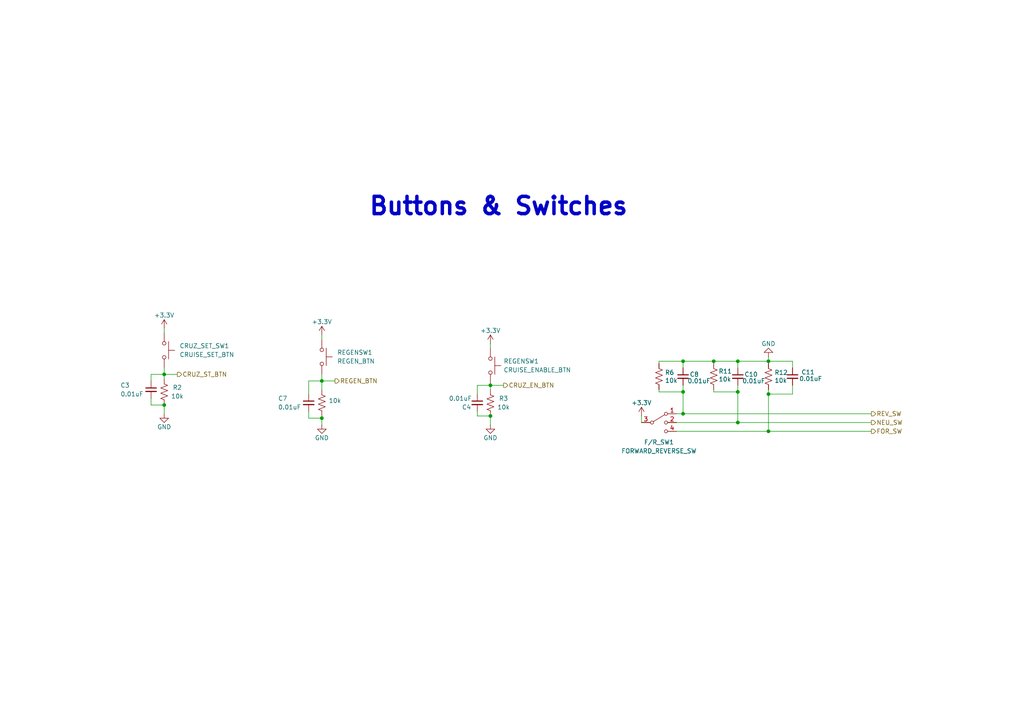
<source format=kicad_sch>
(kicad_sch (version 20230121) (generator eeschema)
  (paper "A4")
  (lib_symbols
    (symbol "Device:C_Small" (pin_numbers hide) (pin_names (offset 0.254) hide)
      (property "Reference" "C" (at 0.254 1.778 0))
      (property "Value" "C_Small" (at 0.254 -2.032 0))
      (symbol "C_Small_0_1"
        (polyline (pts (xy -1.524 -0.508) (xy 1.524 -0.508)) (stroke (width 0.3302)))
        (polyline (pts (xy -1.524 0.508) (xy 1.524 0.508)) (stroke (width 0.3048)))
      )
      (symbol "C_Small_1_1"
        (pin passive line (at 0 2.54 270) (length 2.032) (name "~") (number "1"))
        (pin passive line (at 0 -2.54 90) (length 2.032) (name "~") (number "2"))
      )
    )
    (symbol "Device:R_US" (pin_numbers hide) (pin_names (offset 0))
      (property "Reference" "R" (at 2.54 0 90))
      (property "Value" "R_US" (at -2.54 0 90))
      (symbol "R_US_0_1"
        (polyline (pts (xy 0 -2.286) (xy 0 -2.54)))
        (polyline (pts (xy 0 2.286) (xy 0 2.54)))
        (polyline (pts (xy 0 -0.762) (xy 1.016 -1.143) (xy 0 -1.524) (xy -1.016 -1.905) (xy 0 -2.286)))
        (polyline (pts (xy 0 0.762) (xy 1.016 0.381) (xy 0 0) (xy -1.016 -0.381) (xy 0 -0.762)))
        (polyline (pts (xy 0 2.286) (xy 1.016 1.905) (xy 0 1.524) (xy -1.016 1.143) (xy 0 0.762)))
      )
      (symbol "R_US_1_1"
        (pin passive line (at 0 3.81 270) (length 1.27) (name "~") (number "1"))
        (pin passive line (at 0 -3.81 90) (length 1.27) (name "~") (number "2"))
      )
    )
    (symbol "GND_1" (power) (pin_names (offset 0))
      (property "Value" "GND_1" (at 0 -3.81 0))
      (symbol "GND_1_0_1"
        (polyline (pts (xy 0 0) (xy 0 -1.27) (xy 1.27 -1.27) (xy 0 -2.54) (xy -1.27 -1.27) (xy 0 -1.27)))
      )
      (symbol "GND_1_1_1"
        (pin power_in line (at 0 0 270) (length 0) hide (name "GND") (number "1"))
      )
    )
    (symbol "Switch:SW_Push" (pin_numbers hide) (pin_names (offset 1.016) hide)
      (property "Reference" "SW" (at 1.27 2.54 0))
      (property "Value" "SW_Push" (at 0 -1.524 0))
      (symbol "SW_Push_0_1"
        (circle (center -2.032 0) (radius 0.508))
        (polyline (pts (xy 0 1.27) (xy 0 3.048)))
        (polyline (pts (xy 2.54 1.27) (xy -2.54 1.27)))
        (circle (center 2.032 0) (radius 0.508))
        (pin passive line (at -5.08 0 0) (length 2.54) (name "1") (number "1"))
        (pin passive line (at 5.08 0 180) (length 2.54) (name "2") (number "2"))
      )
    )
    (symbol "Switch:SW_SP3T" (pin_names (offset 0) hide)
      (property "Reference" "SW" (at 0 5.08 0))
      (property "Value" "SW_SP3T" (at 0 -5.08 0))
      (symbol "SW_SP3T_0_1"
        (circle (center -2.032 0) (radius 0.4572))
        (polyline (pts (xy -1.651 0.254) (xy 1.651 2.286)))
        (circle (center 2.032 -2.54) (radius 0.4572))
        (circle (center 2.032 0) (radius 0.4572))
        (circle (center 2.032 2.54) (radius 0.4572))
      )
      (symbol "SW_SP3T_1_1"
        (pin passive line (at 5.08 2.54 180) (length 2.54) (name "1") (number "1"))
        (pin passive line (at 5.08 0 180) (length 2.54) (name "2") (number "2"))
        (pin passive line (at -5.08 0 0) (length 2.54) (name "3") (number "3"))
        (pin passive line (at 5.08 -2.54 180) (length 2.54) (name "4") (number "4"))
      )
    )
    (symbol "power:+3.3V" (power) (pin_names (offset 0))
      (property "Value" "+3.3V" (at 0 3.556 0))
      (symbol "+3.3V_0_1"
        (polyline (pts (xy -0.762 1.27) (xy 0 2.54)))
        (polyline (pts (xy 0 0) (xy 0 2.54)))
        (polyline (pts (xy 0 2.54) (xy 0.762 1.27)))
      )
      (symbol "+3.3V_1_1"
        (pin power_in line (at 0 0 90) (length 0) hide (name "+3.3V") (number "1"))
      )
    )
  )
  (junction (at 222.885 125.095))
  (junction (at 198.12 120.015))
  (junction (at 198.12 104.775))
  (junction (at 93.345 110.49))
  (junction (at 142.24 120.65))
  (junction (at 222.885 104.775))
  (junction (at 93.345 121.285))
  (junction (at 213.995 122.555))
  (junction (at 198.12 113.665))
  (junction (at 222.885 114.3))
  (junction (at 213.995 104.775))
  (junction (at 142.24 111.76))
  (junction (at 47.625 108.585))
  (junction (at 213.995 113.665))
  (junction (at 207.01 104.775))
  (junction (at 47.625 117.475))
  (wire (pts (xy 47.625 117.475) (xy 47.625 120.015)))
  (wire (pts (xy 191.135 105.41) (xy 191.135 104.775)))
  (wire (pts (xy 229.87 114.3) (xy 229.87 111.76)))
  (wire (pts (xy 207.01 104.775) (xy 207.01 105.41)))
  (wire (pts (xy 222.885 114.3) (xy 229.87 114.3)))
  (wire (pts (xy 213.995 104.775) (xy 222.885 104.775)))
  (wire (pts (xy 207.01 104.775) (xy 213.995 104.775)))
  (wire (pts (xy 43.815 115.57) (xy 43.815 117.475)))
  (wire (pts (xy 207.01 113.665) (xy 213.995 113.665)))
  (wire (pts (xy 43.815 117.475) (xy 47.625 117.475)))
  (wire (pts (xy 213.995 104.775) (xy 213.995 106.68)))
  (wire (pts (xy 89.535 114.3) (xy 89.535 110.49)))
  (wire (pts (xy 222.885 104.775) (xy 222.885 105.41)))
  (wire (pts (xy 43.815 110.49) (xy 43.815 108.585)))
  (wire (pts (xy 198.12 113.665) (xy 198.12 120.015)))
  (wire (pts (xy 191.135 104.775) (xy 198.12 104.775)))
  (wire (pts (xy 198.12 120.015) (xy 252.73 120.015)))
  (wire (pts (xy 213.995 113.665) (xy 213.995 122.555)))
  (wire (pts (xy 138.43 119.38) (xy 138.43 120.65)))
  (wire (pts (xy 191.135 113.665) (xy 198.12 113.665)))
  (wire (pts (xy 47.625 108.585) (xy 47.625 106.68)))
  (wire (pts (xy 198.12 104.775) (xy 198.12 106.68)))
  (wire (pts (xy 207.01 113.03) (xy 207.01 113.665)))
  (wire (pts (xy 198.12 111.76) (xy 198.12 113.665)))
  (wire (pts (xy 186.055 120.65) (xy 186.055 122.555)))
  (wire (pts (xy 196.215 122.555) (xy 213.995 122.555)))
  (wire (pts (xy 138.43 120.65) (xy 142.24 120.65)))
  (wire (pts (xy 142.24 111.76) (xy 146.05 111.76)))
  (wire (pts (xy 196.215 120.015) (xy 198.12 120.015)))
  (wire (pts (xy 93.345 97.155) (xy 93.345 98.425)))
  (wire (pts (xy 43.815 108.585) (xy 47.625 108.585)))
  (wire (pts (xy 93.345 120.65) (xy 93.345 121.285)))
  (wire (pts (xy 142.24 113.03) (xy 142.24 111.76)))
  (wire (pts (xy 89.535 121.285) (xy 89.535 119.38)))
  (wire (pts (xy 196.215 125.095) (xy 222.885 125.095)))
  (wire (pts (xy 93.345 108.585) (xy 93.345 110.49)))
  (wire (pts (xy 198.12 104.775) (xy 207.01 104.775)))
  (wire (pts (xy 222.885 114.3) (xy 222.885 125.095)))
  (wire (pts (xy 191.135 113.03) (xy 191.135 113.665)))
  (wire (pts (xy 222.885 113.03) (xy 222.885 114.3)))
  (wire (pts (xy 47.625 109.855) (xy 47.625 108.585)))
  (wire (pts (xy 213.995 113.665) (xy 213.995 111.76)))
  (wire (pts (xy 222.885 103.505) (xy 222.885 104.775)))
  (wire (pts (xy 142.24 111.125) (xy 142.24 111.76)))
  (wire (pts (xy 138.43 111.76) (xy 138.43 114.3)))
  (wire (pts (xy 222.885 125.095) (xy 252.73 125.095)))
  (wire (pts (xy 93.345 110.49) (xy 97.155 110.49)))
  (wire (pts (xy 142.24 99.695) (xy 142.24 100.965)))
  (wire (pts (xy 138.43 111.76) (xy 142.24 111.76)))
  (wire (pts (xy 142.24 120.65) (xy 142.24 123.19)))
  (wire (pts (xy 93.345 121.285) (xy 89.535 121.285)))
  (wire (pts (xy 213.995 122.555) (xy 252.73 122.555)))
  (wire (pts (xy 229.87 104.775) (xy 229.87 106.68)))
  (wire (pts (xy 89.535 110.49) (xy 93.345 110.49)))
  (wire (pts (xy 93.345 110.49) (xy 93.345 113.03)))
  (wire (pts (xy 93.345 121.285) (xy 93.345 123.19)))
  (wire (pts (xy 222.885 104.775) (xy 229.87 104.775)))
  (wire (pts (xy 47.625 108.585) (xy 51.435 108.585)))
  (wire (pts (xy 47.625 95.25) (xy 47.625 96.52)))
  (text "Buttons & Switches" (at 106.68 62.865 0) (effects (font (size 5 5) bold) (justify left bottom)))
  (hierarchical_label "CRUZ_ST_BTN" (shape output) (at 51.435 108.585 0))
  (hierarchical_label "CRUZ_EN_BTN" (shape output) (at 146.05 111.76 0))
  (hierarchical_label "REGEN_BTN" (shape output) (at 97.155 110.49 0))
  (hierarchical_label "REV_SW" (shape output) (at 252.73 120.015 0))
  (hierarchical_label "FOR_SW" (shape output) (at 252.73 125.095 0))
  (hierarchical_label "NEU_SW" (shape output) (at 252.73 122.555 0))
  (symbol (lib_id "Device:C_Small") (at 43.815 113.03 0) (unit 1)
    (property "Reference" "C3" (at 34.925 111.76 0) (effects (justify left)))
    (property "Value" "0.01uF" (at 34.925 114.3 0) (effects (justify left)))
    (property "Footprint" "Capacitor_SMD:C_0805_2012Metric" (effects hide))
    (property "P/N" "C0805C103J5RACTU" (effects hide))
    (property "Mouser Part Number" "80-C0805C103J5R" (effects hide))
    (instances (project "Controls-LightingPCB" (path "" (reference "C3") (unit 1)) (path "" (reference "C3") (unit 1))) (project "Controls-LeaderDaughterPCB" (path "" (reference "C6") (unit 1))))
  )
  (symbol (lib_id "power:+3.3V") (at 142.24 99.695 0) (unit 1)
    (property "Reference" "#PWR017" (effects hide))
    (property "Value" "+3.3V" (at 142.24 95.885 0))
  )
  (symbol (lib_id "Device:C_Small") (at 198.12 109.22 0) (unit 1)
    (property "Reference" "C8" (at 200.025 108.585 0) (effects (justify left)))
    (property "Value" "0.01uF" (at 199.39 110.49 0) (effects (justify left)))
    (property "Footprint" "Capacitor_SMD:C_0805_2012Metric" (effects hide))
    (property "P/N" "C0805C103J5RACTU" (effects hide))
    (property "Mouser Part Number" "80-C0805C103J5R" (effects hide))
    (instances (project "Controls-LightingPCB" (path "" (reference "C8") (unit 1)) (path "" (reference "C8") (unit 1))) (project "Controls-LeaderDaughterPCB" (path "" (reference "C9") (unit 1))))
  )
  (symbol (lib_id "Device:R_US") (at 207.01 109.22 0) (unit 1)
    (property "Reference" "R11" (at 208.407 107.696 0) (effects (justify left)))
    (property "Value" "10k" (at 208.407 110.0074 0) (effects (justify left)))
    (property "Footprint" "Resistor_SMD:R_0805_2012Metric" (effects hide))
    (property "P/N" "CRCW080510K0FKEAC" (effects hide))
  )
  (symbol (lib_id "Switch:SW_Push") (at 93.345 103.505 270) (unit 1)
    (property "Reference" "REGENSW1" (at 97.79 102.235 90) (effects (justify left)))
    (property "Value" "REGEN_BTN" (at 97.79 104.775 90) (effects (justify left)))
    (property "Footprint" "Connector_Molex:Molex_Micro-Fit_3.0_43650-0215_1x02_P3.00mm_Vertical" (effects hide))
    (property "Datasheet" "https://www.molex.com/content/dam/molex/molex-dot-com/products/automated/en-us/productspecificationpdf/436/43650/PS-43650-001.pdf?inline" (effects hide))
    (property "P/N" "43650-0215" (effects hide))
    (instances (project "Controls-LightingPCB" (path "" (reference "REGENSW1") (unit 1)) (path "" (reference "REGENSW1") (unit 1))) (project "Controls-LeaderDaughterPCB" (path "" (reference "REGEN1") (unit 1))))
  )
  (symbol (lib_id "Device:C_Small") (at 213.995 109.22 0) (unit 1)
    (property "Reference" "C10" (at 215.9 108.585 0) (effects (justify left)))
    (property "Value" "0.01uF" (at 215.265 110.49 0) (effects (justify left)))
    (property "Footprint" "Capacitor_SMD:C_0805_2012Metric" (effects hide))
    (property "P/N" "C0805C103J5RACTU" (effects hide))
    (property "Mouser Part Number" "80-C0805C103J5R" (effects hide))
  )
  (symbol (lib_name "GND_1") (lib_id "power:GND") (at 142.24 123.19 0) (unit 1)
    (property "Reference" "#PWR016" (effects hide))
    (property "Value" "GND" (at 142.24 127 0))
  )
  (symbol (lib_id "Switch:SW_Push") (at 142.24 106.045 270) (unit 1)
    (property "Reference" "REGENSW1" (at 146.05 104.775 90) (effects (justify left)))
    (property "Value" "CRUISE_ENABLE_BTN" (at 146.05 107.315 90) (effects (justify left)))
    (property "Footprint" "Connector_Molex:Molex_Micro-Fit_3.0_43650-0215_1x02_P3.00mm_Vertical" (effects hide))
    (property "Datasheet" "https://www.molex.com/content/dam/molex/molex-dot-com/products/automated/en-us/productspecificationpdf/436/43650/PS-43650-001.pdf?inline" (effects hide))
    (property "P/N" "43650-0215" (effects hide))
    (instances (project "Controls-LightingPCB" (path "" (reference "REGENSW1") (unit 1)) (path "" (reference "REGENSW1") (unit 1))) (project "Controls-LeaderDaughterPCB" (path "" (reference "CRUZ_EN1") (unit 1))))
  )
  (symbol (lib_id "Device:C_Small") (at 89.535 116.84 0) (unit 1)
    (property "Reference" "C7" (at 80.645 115.57 0) (effects (justify left)))
    (property "Value" "0.01uF" (at 80.645 118.11 0) (effects (justify left)))
    (property "Footprint" "Capacitor_SMD:C_0805_2012Metric" (effects hide))
    (property "P/N" "C0805C103J5RACTU" (effects hide))
    (property "Mouser Part Number" "80-C0805C103J5R" (effects hide))
  )
  (symbol (lib_name "GND_1") (lib_id "power:GND") (at 222.885 103.505 180) (unit 1)
    (property "Reference" "#PWR022" (effects hide))
    (property "Value" "GND" (at 222.885 99.695 0))
  )
  (symbol (lib_id "Device:R_US") (at 142.24 116.84 180) (unit 1)
    (property "Reference" "R3" (at 146.05 115.57 0))
    (property "Value" "10k" (at 146.05 118.11 0))
    (property "Footprint" "Resistor_SMD:R_0805_2012Metric" (effects hide))
    (property "P/N" "CRCW080510K0FKEAC" (effects hide))
    (instances (project "Controls-LightingPCB" (path "" (reference "R3") (unit 1)) (path "" (reference "R3") (unit 1))) (project "Controls-LeaderDaughterPCB" (path "" (reference "R8") (unit 1))))
  )
  (symbol (lib_id "power:+3.3V") (at 47.625 95.25 0) (unit 1)
    (property "Reference" "#PWR021" (effects hide))
    (property "Value" "+3.3V" (at 47.625 91.44 0))
  )
  (symbol (lib_id "Switch:SW_Push") (at 47.625 101.6 270) (unit 1)
    (property "Reference" "CRUZ_SET_SW1" (at 52.07 100.33 90) (effects (justify left)))
    (property "Value" "CRUISE_SET_BTN" (at 52.07 102.87 90) (effects (justify left)))
    (property "Footprint" "Connector_Molex:Molex_Micro-Fit_3.0_43650-0215_1x02_P3.00mm_Vertical" (effects hide))
    (property "Datasheet" "https://www.molex.com/content/dam/molex/molex-dot-com/products/automated/en-us/productspecificationpdf/436/43650/PS-43650-001.pdf?inline" (effects hide))
    (property "P/N" "43650-0215" (effects hide))
    (instances (project "Controls-LightingPCB" (path "" (reference "CRUZ_SET_SW1") (unit 1)) (path "" (reference "CRUZ_SET_SW1") (unit 1))) (project "Controls-LeaderDaughterPCB" (path "" (reference "CRUZ_SET1") (unit 1))))
  )
  (symbol (lib_id "Switch:SW_SP3T") (at 191.135 122.555 0) (unit 1)
    (property "Reference" "F/R_SW1" (at 191.135 128.27 0))
    (property "Value" "FORWARD_REVERSE_SW" (at 191.135 130.81 0))
    (property "Footprint" "Connector_Molex:Molex_Micro-Fit_3.0_43650-0415_1x04_P3.00mm_Vertical" (effects hide))
    (property "Datasheet" "https://www.molex.com/content/dam/molex/molex-dot-com/products/automated/en-us/productspecificationpdf/436/43650/PS-43650-001.pdf?inline" (effects hide))
    (property "P/N" "43650-0415" (effects hide))
    (instances (project "Controls-LightingPCB" (path "" (reference "F/R_SW1") (unit 1)) (path "" (reference "F/R_SW1") (unit 1))) (project "Controls-LeaderDaughterPCB" (path "" (reference "FR1") (unit 1))))
  )
  (symbol (lib_id "Device:R_US") (at 222.885 109.22 0) (unit 1)
    (property "Reference" "R12" (at 224.6122 108.0516 0) (effects (justify left)))
    (property "Value" "10k" (at 224.6122 110.363 0) (effects (justify left)))
    (property "Footprint" "Resistor_SMD:R_0805_2012Metric" (effects hide))
    (property "P/N" "CRCW080510K0FKEAC" (effects hide))
  )
  (symbol (lib_name "GND_1") (lib_id "power:GND") (at 93.345 123.19 0) (unit 1)
    (property "Reference" "#PWR018" (effects hide))
    (property "Value" "GND" (at 93.345 127 0))
  )
  (symbol (lib_id "Device:C_Small") (at 229.87 109.22 0) (unit 1)
    (property "Reference" "C11" (at 232.41 107.95 0) (effects (justify left)))
    (property "Value" "0.01uF" (at 231.775 109.855 0) (effects (justify left)))
    (property "Footprint" "Capacitor_SMD:C_0805_2012Metric" (effects hide))
    (property "P/N" "C0805C103J5RACTU" (effects hide))
    (property "Mouser Part Number" "80-C0805C103J5R" (effects hide))
  )
  (symbol (lib_id "power:+3.3V") (at 186.055 120.65 0) (unit 1)
    (property "Reference" "#PWR015" (effects hide))
    (property "Value" "+3.3V" (at 186.055 116.84 0))
  )
  (symbol (lib_id "Device:R_US") (at 47.625 113.665 0) (unit 1)
    (property "Reference" "R2" (at 51.435 112.395 0))
    (property "Value" "10k" (at 51.435 114.935 0))
    (property "Footprint" "Resistor_SMD:R_0805_2012Metric" (effects hide))
    (property "P/N" "CRCW080510K0FKEAC" (effects hide))
    (instances (project "Controls-LightingPCB" (path "" (reference "R2") (unit 1)) (path "" (reference "R2") (unit 1))) (project "Controls-LeaderDaughterPCB" (path "" (reference "R4") (unit 1))))
  )
  (symbol (lib_id "Device:R_US") (at 93.345 116.84 180) (unit 1)
    (property "Reference" "R7" (effects hide))
    (property "Value" "10k" (at 97.155 116.205 0))
    (property "Footprint" "Resistor_SMD:R_0805_2012Metric" (effects hide))
    (property "P/N" "CRCW080510K0FKEAC" (effects hide))
    (instances (project "Controls-LightingPCB" (path "" (reference "R7") (unit 1)) (path "" (reference "R7") (unit 1))) (project "Controls-LeaderDaughterPCB" (path "" (reference "R6") (unit 1))))
  )
  (symbol (lib_id "power:+3.3V") (at 93.345 97.155 0) (unit 1)
    (property "Reference" "#PWR019" (effects hide))
    (property "Value" "+3.3V" (at 93.345 93.345 0))
  )
  (symbol (lib_id "Device:C_Small") (at 138.43 116.84 0) (unit 1)
    (property "Reference" "C4" (at 133.985 118.11 0) (effects (justify left)))
    (property "Value" "0.01uF" (at 130.175 115.57 0) (effects (justify left)))
    (property "Footprint" "Capacitor_SMD:C_0805_2012Metric" (effects hide))
    (property "P/N" "C0805C103J5RACTU" (effects hide))
    (property "Mouser Part Number" "80-C0805C103J5R" (effects hide))
    (instances (project "Controls-LightingPCB" (path "" (reference "C4") (unit 1)) (path "" (reference "C4") (unit 1))) (project "Controls-LeaderDaughterPCB" (path "" (reference "C8") (unit 1))))
  )
  (symbol (lib_name "GND_1") (lib_id "power:GND") (at 47.625 120.015 0) (unit 1)
    (property "Reference" "#PWR020" (effects hide))
    (property "Value" "GND" (at 47.625 123.825 0))
  )
  (symbol (lib_id "Device:R_US") (at 191.135 109.22 0) (unit 1)
    (property "Reference" "R6" (at 192.8622 108.0516 0) (effects (justify left)))
    (property "Value" "10k" (at 192.8622 110.363 0) (effects (justify left)))
    (property "Footprint" "Resistor_SMD:R_0805_2012Metric" (effects hide))
    (property "P/N" "CRCW080510K0FKEAC" (effects hide))
    (instances (project "Controls-LightingPCB" (path "" (reference "R6") (unit 1)) (path "" (reference "R6") (unit 1))) (project "Controls-LeaderDaughterPCB" (path "" (reference "R10") (unit 1))))
  )
)
</source>
